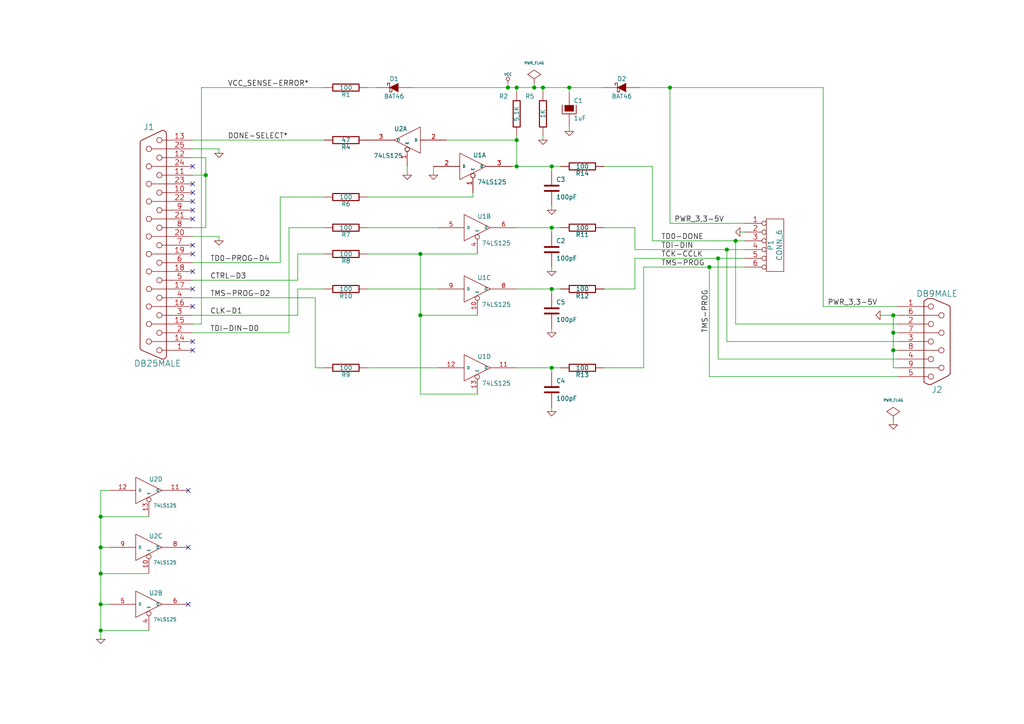
<source format=kicad_sch>
(kicad_sch (version 20230121) (generator eeschema)
  (paper "A4")
  (title_block (title "PARALLEL CABLE III") (date "Sun 22 Mar 2015") (rev "1"))
  (lib_symbols
    (symbol "sonde_xilinx_schlib:74LS125" (pin_names (offset 0.762))
      (property "Reference" "U" (at 0 2.54 0))
      (property "Value" "74LS125" (at 1.27 -3.81 0))
      (symbol "74LS125_0_0"
        (pin power_in line (at -3.81 3.81 270) (length 0) hide (name "VCC") (number "14"))
        (pin power_in line (at -3.81 -3.81 90) (length 0) hide (name "GND") (number "7"))
      )
      (symbol "74LS125_0_1"
        (polyline (pts (xy -3.81 3.81) (xy -3.81 -3.81) (xy 3.81 0) (xy -3.81 3.81)))
      )
      (symbol "74LS125_1_0"
        (pin input inverted (at 0 -7.62 90) (length 5.588) (name "E") (number "1"))
      )
      (symbol "74LS125_1_1"
        (pin input line (at -11.43 0 0) (length 7.62) (name "D") (number "2"))
        (pin tri_state line (at 11.43 0 180) (length 7.62) (name "O") (number "3"))
      )
      (symbol "74LS125_2_0"
        (pin input inverted (at 0 -7.62 90) (length 5.588) (name "E") (number "4"))
      )
      (symbol "74LS125_2_1"
        (pin input line (at -11.43 0 0) (length 7.62) (name "D") (number "5"))
        (pin tri_state line (at 11.43 0 180) (length 7.62) (name "O") (number "6"))
      )
      (symbol "74LS125_3_0"
        (pin input inverted (at 0 -7.62 90) (length 5.588) (name "E") (number "10"))
      )
      (symbol "74LS125_3_1"
        (pin tri_state line (at 11.43 0 180) (length 7.62) (name "O") (number "8"))
        (pin input line (at -11.43 0 0) (length 7.62) (name "D") (number "9"))
      )
      (symbol "74LS125_4_0"
        (pin input inverted (at 0 -7.62 90) (length 5.588) (name "E") (number "13"))
      )
      (symbol "74LS125_4_1"
        (pin tri_state line (at 11.43 0 180) (length 7.62) (name "O") (number "11"))
        (pin input line (at -11.43 0 0) (length 7.62) (name "D") (number "12"))
      )
    )
    (symbol "sonde_xilinx_schlib:C" (pin_numbers hide) (pin_names (offset 0.254))
      (property "Reference" "C" (at 0 2.54 0))
      (property "Value" "C" (at 0.1524 -2.159 0))
      (symbol "C_0_1"
        (polyline (pts (xy -2.032 -0.762) (xy 2.032 -0.762)) (stroke (width 0.508)))
        (polyline (pts (xy -2.032 0.762) (xy 2.032 0.762)) (stroke (width 0.508)))
      )
      (symbol "C_1_1"
        (pin passive line (at 0 5.08 270) (length 4.318) (name "~") (number "1"))
        (pin passive line (at 0 -5.08 90) (length 4.318) (name "~") (number "2"))
      )
    )
    (symbol "sonde_xilinx_schlib:CONN_6" (pin_names (offset 0.762) hide)
      (property "Reference" "P" (at -1.27 0 90))
      (property "Value" "CONN_6" (at 1.27 0 90))
      (symbol "CONN_6_0_1"
        (rectangle (start -2.54 7.62) (end 2.54 -7.62))
      )
      (symbol "CONN_6_1_1"
        (pin passive inverted (at -8.89 6.35 0) (length 6.35) (name "1") (number "1"))
        (pin passive inverted (at -8.89 3.81 0) (length 6.35) (name "2") (number "2"))
        (pin passive inverted (at -8.89 1.27 0) (length 6.35) (name "3") (number "3"))
        (pin passive inverted (at -8.89 -1.27 0) (length 6.35) (name "4") (number "4"))
        (pin passive inverted (at -8.89 -3.81 0) (length 6.35) (name "5") (number "5"))
        (pin passive inverted (at -8.89 -6.35 0) (length 6.35) (name "6") (number "6"))
      )
    )
    (symbol "sonde_xilinx_schlib:CP" (pin_numbers hide) (pin_names (offset 0.254) hide)
      (property "Reference" "C" (at 1.27 2.54 0))
      (property "Value" "CP" (at 1.27 -2.54 0))
      (symbol "CP_0_1"
        (polyline (pts (xy -2.032 1.27) (xy -2.032 -1.27) (xy 2.032 -1.27) (xy 2.032 1.27)) (stroke (width 0.2032)))
        (polyline (pts (xy -1.27 1.27) (xy -1.27 -0.508) (xy 1.27 -0.508) (xy 1.27 1.27)) (fill (type outline)))
      )
      (symbol "CP_1_1"
        (pin passive line (at 0 5.08 270) (length 3.81) (name "~") (number "1"))
        (pin passive line (at 0 -5.08 90) (length 3.81) (name "~") (number "2"))
      )
    )
    (symbol "sonde_xilinx_schlib:DB25" (pin_names (offset 1.016) hide)
      (property "Reference" "J" (at 1.27 34.29 0))
      (property "Value" "DB25" (at -1.27 -34.29 0))
      (symbol "DB25_0_1"
        (arc (start -3.81 -32.004) (mid -3.4118 -32.8103) (end -2.54 -33.02) (stroke (width 0.2032)))
        (arc (start -2.54 33.274) (mid -3.4192 33.0712) (end -3.81 32.258) (stroke (width 0.2032)))
        (circle (center -1.778 -30.48) (radius 0.762))
        (circle (center -1.778 -25.4) (radius 0.762))
        (circle (center -1.778 -20.32) (radius 0.762))
        (circle (center -1.778 -15.24) (radius 0.762))
        (circle (center -1.778 -10.16) (radius 0.762))
        (circle (center -1.778 -5.08) (radius 0.762))
        (circle (center -1.778 0) (radius 0.762))
        (circle (center -1.778 5.08) (radius 0.762))
        (circle (center -1.778 10.16) (radius 0.762))
        (circle (center -1.778 15.24) (radius 0.762))
        (circle (center -1.778 20.32) (radius 0.762))
        (circle (center -1.778 25.4) (radius 0.762))
        (circle (center -1.778 30.48) (radius 0.762))
        (polyline (pts (xy -3.81 -32.004) (xy -3.81 32.258)) (stroke (width 0.2032)))
        (polyline (pts (xy -3.81 -30.48) (xy -2.54 -30.48)))
        (polyline (pts (xy -3.81 -27.94) (xy 0.508 -27.94)))
        (polyline (pts (xy -3.81 -25.4) (xy -2.54 -25.4)))
        (polyline (pts (xy -3.81 -22.86) (xy 0.508 -22.86)))
        (polyline (pts (xy -3.81 -20.32) (xy -2.54 -20.32)))
        (polyline (pts (xy -3.81 -17.78) (xy 0.508 -17.78)))
        (polyline (pts (xy -3.81 -15.24) (xy -2.54 -15.24)))
        (polyline (pts (xy -3.81 -12.7) (xy 0.508 -12.7)))
        (polyline (pts (xy -3.81 -10.16) (xy -2.54 -10.16)))
        (polyline (pts (xy -3.81 -7.62) (xy 0.508 -7.62)))
        (polyline (pts (xy -3.81 -5.08) (xy -2.54 -5.08)))
        (polyline (pts (xy -3.81 -2.54) (xy 0.508 -2.54)))
        (polyline (pts (xy -3.81 0) (xy -2.54 0)))
        (polyline (pts (xy -3.81 2.54) (xy 0.508 2.54)))
        (polyline (pts (xy -3.81 5.08) (xy -2.54 5.08)))
        (polyline (pts (xy -3.81 7.62) (xy 0.508 7.62)))
        (polyline (pts (xy -3.81 10.16) (xy -2.54 10.16)))
        (polyline (pts (xy -3.81 12.7) (xy 0.508 12.7)))
        (polyline (pts (xy -3.81 15.24) (xy -2.54 15.24)))
        (polyline (pts (xy -3.81 17.78) (xy 0.508 17.78)))
        (polyline (pts (xy -3.81 20.32) (xy -2.54 20.32)))
        (polyline (pts (xy -3.81 22.86) (xy 0.508 22.86)))
        (polyline (pts (xy -3.81 25.4) (xy -2.54 25.4)))
        (polyline (pts (xy -3.81 27.94) (xy 0.508 27.94)))
        (polyline (pts (xy -3.81 30.48) (xy -2.54 30.48)))
        (polyline (pts (xy -2.54 -33.02) (xy 3.302 -30.48)) (stroke (width 0.2032)))
        (polyline (pts (xy 3.302 30.48) (xy -2.54 33.274)) (stroke (width 0.2032)))
        (polyline (pts (xy 3.81 -29.718) (xy 3.81 29.718)) (stroke (width 0.2032)))
        (circle (center 1.27 -27.94) (radius 0.762))
        (circle (center 1.27 -22.86) (radius 0.762))
        (circle (center 1.27 -17.78) (radius 0.762))
        (circle (center 1.27 -12.7) (radius 0.762))
        (circle (center 1.27 -7.62) (radius 0.762))
        (circle (center 1.27 -2.54) (radius 0.762))
        (circle (center 1.27 2.54) (radius 0.762))
        (circle (center 1.27 7.62) (radius 0.762))
        (circle (center 1.27 12.7) (radius 0.762))
        (circle (center 1.27 17.78) (radius 0.762))
        (circle (center 1.27 22.86) (radius 0.762))
        (circle (center 1.27 27.94) (radius 0.762))
        (arc (start 3.302 -30.48) (mid 3.6653 -30.1718) (end 3.81 -29.718) (stroke (width 0.2032)))
        (arc (start 3.7846 29.718) (mid 3.654 30.1598) (end 3.302 30.4546) (stroke (width 0.2032)))
      )
      (symbol "DB25_1_1"
        (pin passive line (at -11.43 -30.48 0) (length 7.62) (name "1") (number "1"))
        (pin passive line (at -11.43 15.24 0) (length 7.62) (name "10") (number "10"))
        (pin passive line (at -11.43 20.32 0) (length 7.62) (name "11") (number "11"))
        (pin passive line (at -11.43 25.4 0) (length 7.62) (name "12") (number "12"))
        (pin passive line (at -11.43 30.48 0) (length 7.62) (name "13") (number "13"))
        (pin passive line (at -11.43 -27.94 0) (length 7.62) (name "P14") (number "14"))
        (pin passive line (at -11.43 -22.86 0) (length 7.62) (name "P15") (number "15"))
        (pin passive line (at -11.43 -17.78 0) (length 7.62) (name "P16") (number "16"))
        (pin passive line (at -11.43 -12.7 0) (length 7.62) (name "P17") (number "17"))
        (pin passive line (at -11.43 -7.62 0) (length 7.62) (name "P18") (number "18"))
        (pin passive line (at -11.43 -2.54 0) (length 7.62) (name "P19") (number "19"))
        (pin passive line (at -11.43 -25.4 0) (length 7.62) (name "2") (number "2"))
        (pin passive line (at -11.43 2.54 0) (length 7.62) (name "P20") (number "20"))
        (pin passive line (at -11.43 7.62 0) (length 7.62) (name "P21") (number "21"))
        (pin passive line (at -11.43 12.7 0) (length 7.62) (name "P22") (number "22"))
        (pin passive line (at -11.43 17.78 0) (length 7.62) (name "P23") (number "23"))
        (pin passive line (at -11.43 22.86 0) (length 7.62) (name "P24") (number "24"))
        (pin passive line (at -11.43 27.94 0) (length 7.62) (name "P25") (number "25"))
        (pin passive line (at -11.43 -20.32 0) (length 7.62) (name "3") (number "3"))
        (pin passive line (at -11.43 -15.24 0) (length 7.62) (name "4") (number "4"))
        (pin passive line (at -11.43 -10.16 0) (length 7.62) (name "5") (number "5"))
        (pin passive line (at -11.43 -5.08 0) (length 7.62) (name "6") (number "6"))
        (pin passive line (at -11.43 0 0) (length 7.62) (name "7") (number "7"))
        (pin passive line (at -11.43 5.08 0) (length 7.62) (name "8") (number "8"))
        (pin passive line (at -11.43 10.16 0) (length 7.62) (name "9") (number "9"))
      )
    )
    (symbol "sonde_xilinx_schlib:DB9" (pin_names (offset 1.016) hide)
      (property "Reference" "J" (at 0 13.97 0))
      (property "Value" "DB9" (at 0 -13.97 0))
      (symbol "DB9_0_1"
        (circle (center -1.778 -10.16) (radius 0.762))
        (circle (center -1.778 -5.08) (radius 0.762))
        (circle (center -1.778 0) (radius 0.762))
        (circle (center -1.778 5.08) (radius 0.762))
        (circle (center -1.778 10.16) (radius 0.762))
        (polyline (pts (xy -3.81 -11.684) (xy -3.81 11.684)) (stroke (width 0.2032)))
        (polyline (pts (xy -3.81 -11.6586) (xy -3.556 -11.938)) (stroke (width 0.2032)))
        (polyline (pts (xy -3.81 -10.16) (xy -2.54 -10.16)))
        (polyline (pts (xy -3.81 -7.62) (xy 0.508 -7.62)))
        (polyline (pts (xy -3.81 -5.08) (xy -2.54 -5.08)))
        (polyline (pts (xy -3.81 -2.54) (xy 0.508 -2.54)))
        (polyline (pts (xy -3.81 0) (xy -2.54 0)))
        (polyline (pts (xy -3.81 2.54) (xy 0.508 2.54)))
        (polyline (pts (xy -3.81 5.08) (xy -2.54 5.08)))
        (polyline (pts (xy -3.81 7.62) (xy 0.508 7.62)))
        (polyline (pts (xy -3.81 10.16) (xy -2.54 10.16)))
        (polyline (pts (xy -3.556 -11.938) (xy -2.794 -12.446)) (stroke (width 0.2032)))
        (polyline (pts (xy -3.556 11.938) (xy -3.81 11.684)) (stroke (width 0.2032)))
        (polyline (pts (xy -3.556 11.938) (xy -2.54 12.446)) (stroke (width 0.2032)))
        (polyline (pts (xy -2.794 -12.446) (xy -1.27 -12.446)) (stroke (width 0.2032)))
        (polyline (pts (xy -2.54 12.446) (xy -1.778 12.446)) (stroke (width 0.2032)))
        (polyline (pts (xy 3.2766 9.906) (xy -1.778 12.446)) (stroke (width 0.2032)))
        (polyline (pts (xy 3.2766 9.906) (xy 3.81 9.398)) (stroke (width 0.2032)))
        (polyline (pts (xy 3.556 -10.3886) (xy -1.27 -12.446)) (stroke (width 0.2032)))
        (polyline (pts (xy 3.81 -9.906) (xy 3.556 -10.3886)) (stroke (width 0.2032)))
        (polyline (pts (xy 3.81 9.398) (xy 3.81 -9.906)) (stroke (width 0.2032)))
        (circle (center 1.27 -7.62) (radius 0.762))
        (circle (center 1.27 -2.54) (radius 0.762))
        (circle (center 1.27 2.54) (radius 0.762))
        (circle (center 1.27 7.62) (radius 0.762))
      )
      (symbol "DB9_1_1"
        (pin passive line (at -11.43 -10.16 0) (length 7.62) (name "1") (number "1"))
        (pin passive line (at -11.43 -5.08 0) (length 7.62) (name "2") (number "2"))
        (pin passive line (at -11.43 0 0) (length 7.62) (name "3") (number "3"))
        (pin passive line (at -11.43 5.08 0) (length 7.62) (name "4") (number "4"))
        (pin passive line (at -11.43 10.16 0) (length 7.62) (name "5") (number "5"))
        (pin passive line (at -11.43 -7.62 0) (length 7.62) (name "P6") (number "6"))
        (pin passive line (at -11.43 -2.54 0) (length 7.62) (name "P7") (number "7"))
        (pin passive line (at -11.43 2.54 0) (length 7.62) (name "P8") (number "8"))
        (pin passive line (at -11.43 7.62 0) (length 7.62) (name "P9") (number "9"))
      )
    )
    (symbol "sonde_xilinx_schlib:DIODESCH" (pin_numbers hide) (pin_names (offset 1.016) hide)
      (property "Reference" "D" (at 0 2.54 0))
      (property "Value" "DIODESCH" (at 0 -2.54 0))
      (symbol "DIODESCH_0_1"
        (polyline (pts (xy -1.27 1.27) (xy 1.27 0) (xy -1.27 -1.27)) (fill (type outline)))
        (polyline (pts (xy 1.905 0.635) (xy 1.905 1.27) (xy 1.27 1.27) (xy 1.27 -1.27) (xy 0.635 -1.27) (xy 0.635 -0.635)) (stroke (width 0.2032)))
      )
      (symbol "DIODESCH_1_1"
        (pin passive line (at -5.08 0 0) (length 3.81) (name "A") (number "1"))
        (pin passive line (at 5.08 0 180) (length 3.81) (name "K") (number "2"))
      )
    )
    (symbol "sonde_xilinx_schlib:GND" (power) (pin_names (offset 0))
      (symbol "GND_0_1"
        (polyline (pts (xy -1.27 0) (xy 0 -1.27) (xy 1.27 0) (xy -1.27 0)))
      )
      (symbol "GND_1_1"
        (pin power_in line (at 0 0 90) (length 0) hide (name "GND") (number "1"))
      )
    )
    (symbol "sonde_xilinx_schlib:PWR_FLAG" (power) (pin_numbers hide) (pin_names (offset 0) hide)
      (property "Value" "PWR_FLAG" (at 0 4.572 0))
      (symbol "PWR_FLAG_0_0"
        (pin power_out line (at 0 0 90) (length 0) (name "pwr") (number "1"))
      )
      (symbol "PWR_FLAG_0_1"
        (polyline (pts (xy 0 0) (xy 0 1.27) (xy -1.905 2.54) (xy 0 3.81) (xy 1.905 2.54) (xy 0 1.27)))
      )
    )
    (symbol "sonde_xilinx_schlib:R" (pin_numbers hide) (pin_names (offset 0))
      (property "Reference" "R" (at 2.032 0 90))
      (property "Value" "R" (at 0.1778 0.0254 90))
      (symbol "R_0_1"
        (rectangle (start -1.016 3.81) (end 1.016 -3.81) (stroke (width 0.3048)))
      )
      (symbol "R_1_1"
        (pin passive line (at 0 6.35 270) (length 2.54) (name "~") (number "1"))
        (pin passive line (at 0 -6.35 90) (length 2.54) (name "~") (number "2"))
      )
    )
    (symbol "sonde_xilinx_schlib:VCC" (power) (pin_names (offset 0))
      (property "Value" "VCC" (at 0 2.54 0))
      (symbol "VCC_0_0"
        (pin power_in line (at 0 0 90) (length 0) hide (name "VCC") (number "1"))
      )
      (symbol "VCC_0_1"
        (polyline (pts (xy 0 0) (xy 0 0.762) (xy 0 0.762)))
        (circle (center 0 1.27) (radius 0.508))
      )
    )
  )
  (junction (at 121.92 73.66) (diameter 1.016))
  (junction (at 160.02 83.82) (diameter 1.016))
  (junction (at 213.36 69.85) (diameter 1.016))
  (junction (at 259.08 96.52) (diameter 1.016))
  (junction (at 147.32 25.4) (diameter 1.016))
  (junction (at 160.02 48.26) (diameter 1.016))
  (junction (at 29.21 182.88) (diameter 1.016))
  (junction (at 165.1 25.4) (diameter 1.016))
  (junction (at 194.31 25.4) (diameter 1.016))
  (junction (at 208.28 74.93) (diameter 1.016))
  (junction (at 259.08 91.44) (diameter 1.016))
  (junction (at 157.48 25.4) (diameter 1.016))
  (junction (at 29.21 149.86) (diameter 1.016))
  (junction (at 29.21 166.37) (diameter 1.016))
  (junction (at 160.02 106.68) (diameter 1.016))
  (junction (at 205.74 77.47) (diameter 1.016))
  (junction (at 149.86 40.64) (diameter 1.016))
  (junction (at 160.02 66.04) (diameter 1.016))
  (junction (at 121.92 91.44) (diameter 1.016))
  (junction (at 29.21 175.26) (diameter 1.016))
  (junction (at 259.08 101.6) (diameter 1.016))
  (junction (at 210.82 72.39) (diameter 1.016))
  (junction (at 59.69 50.8) (diameter 1.016))
  (junction (at 149.86 25.4) (diameter 1.016))
  (junction (at 154.94 25.4) (diameter 1.016))
  (junction (at 29.21 158.75) (diameter 1.016))
  (junction (at 149.86 48.26) (diameter 1.016))
  (no_connect (at 54.61 175.26))
  (no_connect (at 55.88 88.9))
  (no_connect (at 54.61 142.24))
  (no_connect (at 54.61 158.75))
  (no_connect (at 55.88 55.88))
  (no_connect (at 55.88 71.12))
  (no_connect (at 55.88 48.26))
  (no_connect (at 55.88 73.66))
  (no_connect (at 55.88 101.6))
  (no_connect (at 55.88 53.34))
  (no_connect (at 55.88 78.74))
  (no_connect (at 55.88 60.96))
  (no_connect (at 55.88 58.42))
  (no_connect (at 55.88 99.06))
  (no_connect (at 55.88 63.5))
  (no_connect (at 55.88 83.82))
  (wire (pts (xy 165.1 25.4) (xy 165.1 26.67)))
  (wire (pts (xy 59.69 66.04) (xy 55.88 66.04)))
  (wire (pts (xy 106.68 57.15) (xy 137.16 57.15)))
  (wire (pts (xy 129.54 40.64) (xy 149.86 40.64)))
  (wire (pts (xy 189.23 48.26) (xy 175.26 48.26)))
  (wire (pts (xy 149.86 106.68) (xy 160.02 106.68)))
  (wire (pts (xy 59.69 45.72) (xy 55.88 45.72)))
  (wire (pts (xy 63.5 69.85) (xy 63.5 68.58)))
  (wire (pts (xy 260.35 99.06) (xy 210.82 99.06)))
  (wire (pts (xy 91.44 86.36) (xy 55.88 86.36)))
  (wire (pts (xy 149.86 66.04) (xy 160.02 66.04)))
  (wire (pts (xy 208.28 104.14) (xy 208.28 74.93)))
  (wire (pts (xy 109.22 25.4) (xy 106.68 25.4)))
  (wire (pts (xy 29.21 166.37) (xy 43.18 166.37)))
  (wire (pts (xy 160.02 95.25) (xy 160.02 96.52)))
  (wire (pts (xy 127 83.82) (xy 106.68 83.82)))
  (wire (pts (xy 184.15 72.39) (xy 184.15 66.04)))
  (wire (pts (xy 157.48 25.4) (xy 165.1 25.4)))
  (wire (pts (xy 148.59 48.26) (xy 149.86 48.26)))
  (wire (pts (xy 149.86 39.37) (xy 149.86 40.64)))
  (wire (pts (xy 260.35 96.52) (xy 259.08 96.52)))
  (wire (pts (xy 259.08 91.44) (xy 260.35 91.44)))
  (wire (pts (xy 160.02 107.95) (xy 160.02 106.68)))
  (wire (pts (xy 157.48 25.4) (xy 157.48 26.67)))
  (wire (pts (xy 205.74 77.47) (xy 215.9 77.47)))
  (wire (pts (xy 29.21 142.24) (xy 29.21 149.86)))
  (wire (pts (xy 29.21 158.75) (xy 31.75 158.75)))
  (wire (pts (xy 55.88 81.28) (xy 86.36 81.28)))
  (wire (pts (xy 29.21 149.86) (xy 29.21 158.75)))
  (wire (pts (xy 86.36 73.66) (xy 93.98 73.66)))
  (wire (pts (xy 29.21 158.75) (xy 29.21 166.37)))
  (wire (pts (xy 86.36 91.44) (xy 86.36 83.82)))
  (wire (pts (xy 208.28 74.93) (xy 215.9 74.93)))
  (wire (pts (xy 147.32 25.4) (xy 149.86 25.4)))
  (wire (pts (xy 55.88 50.8) (xy 59.69 50.8)))
  (wire (pts (xy 259.08 123.19) (xy 259.08 121.92)))
  (wire (pts (xy 137.16 57.15) (xy 137.16 55.88)))
  (wire (pts (xy 59.69 45.72) (xy 59.69 50.8)))
  (wire (pts (xy 83.82 96.52) (xy 83.82 66.04)))
  (wire (pts (xy 189.23 69.85) (xy 189.23 48.26)))
  (wire (pts (xy 29.21 142.24) (xy 31.75 142.24)))
  (wire (pts (xy 160.02 78.74) (xy 160.02 77.47)))
  (wire (pts (xy 121.92 73.66) (xy 138.43 73.66)))
  (wire (pts (xy 63.5 43.18) (xy 55.88 43.18)))
  (wire (pts (xy 58.42 25.4) (xy 93.98 25.4)))
  (wire (pts (xy 91.44 106.68) (xy 91.44 86.36)))
  (wire (pts (xy 63.5 44.45) (xy 63.5 43.18)))
  (wire (pts (xy 184.15 74.93) (xy 208.28 74.93)))
  (wire (pts (xy 149.86 83.82) (xy 160.02 83.82)))
  (wire (pts (xy 259.08 106.68) (xy 260.35 106.68)))
  (wire (pts (xy 160.02 67.31) (xy 160.02 66.04)))
  (wire (pts (xy 29.21 175.26) (xy 31.75 175.26)))
  (wire (pts (xy 160.02 48.26) (xy 160.02 49.53)))
  (wire (pts (xy 205.74 109.22) (xy 205.74 77.47)))
  (wire (pts (xy 260.35 104.14) (xy 208.28 104.14)))
  (wire (pts (xy 127 106.68) (xy 106.68 106.68)))
  (wire (pts (xy 81.28 57.15) (xy 93.98 57.15)))
  (wire (pts (xy 29.21 166.37) (xy 29.21 175.26)))
  (wire (pts (xy 259.08 91.44) (xy 259.08 96.52)))
  (wire (pts (xy 186.69 106.68) (xy 186.69 77.47)))
  (wire (pts (xy 138.43 91.44) (xy 121.92 91.44)))
  (wire (pts (xy 29.21 175.26) (xy 29.21 182.88)))
  (wire (pts (xy 149.86 48.26) (xy 160.02 48.26)))
  (wire (pts (xy 260.35 109.22) (xy 205.74 109.22)))
  (wire (pts (xy 55.88 76.2) (xy 81.28 76.2)))
  (wire (pts (xy 149.86 40.64) (xy 149.86 48.26)))
  (wire (pts (xy 189.23 69.85) (xy 213.36 69.85)))
  (wire (pts (xy 260.35 88.9) (xy 238.76 88.9)))
  (wire (pts (xy 160.02 118.11) (xy 160.02 119.38)))
  (wire (pts (xy 58.42 25.4) (xy 58.42 93.98)))
  (wire (pts (xy 259.08 101.6) (xy 259.08 106.68)))
  (wire (pts (xy 194.31 25.4) (xy 238.76 25.4)))
  (wire (pts (xy 154.94 25.4) (xy 157.48 25.4)))
  (wire (pts (xy 147.32 25.4) (xy 147.32 24.13)))
  (wire (pts (xy 210.82 72.39) (xy 215.9 72.39)))
  (wire (pts (xy 184.15 74.93) (xy 184.15 83.82)))
  (wire (pts (xy 215.9 64.77) (xy 194.31 64.77)))
  (wire (pts (xy 55.88 40.64) (xy 93.98 40.64)))
  (wire (pts (xy 121.92 73.66) (xy 121.92 91.44)))
  (wire (pts (xy 210.82 99.06) (xy 210.82 72.39)))
  (wire (pts (xy 118.11 50.8) (xy 118.11 48.26)))
  (wire (pts (xy 55.88 91.44) (xy 86.36 91.44)))
  (wire (pts (xy 184.15 83.82) (xy 175.26 83.82)))
  (wire (pts (xy 213.36 93.98) (xy 213.36 69.85)))
  (wire (pts (xy 160.02 106.68) (xy 162.56 106.68)))
  (wire (pts (xy 260.35 93.98) (xy 213.36 93.98)))
  (wire (pts (xy 93.98 106.68) (xy 91.44 106.68)))
  (wire (pts (xy 165.1 38.1) (xy 165.1 36.83)))
  (wire (pts (xy 255.27 91.44) (xy 259.08 91.44)))
  (wire (pts (xy 121.92 114.3) (xy 138.43 114.3)))
  (wire (pts (xy 214.63 67.31) (xy 215.9 67.31)))
  (wire (pts (xy 125.73 48.26) (xy 125.73 50.8)))
  (wire (pts (xy 106.68 73.66) (xy 121.92 73.66)))
  (wire (pts (xy 119.38 25.4) (xy 147.32 25.4)))
  (wire (pts (xy 127 66.04) (xy 106.68 66.04)))
  (wire (pts (xy 185.42 25.4) (xy 194.31 25.4)))
  (wire (pts (xy 238.76 25.4) (xy 238.76 88.9)))
  (wire (pts (xy 29.21 182.88) (xy 43.18 182.88)))
  (wire (pts (xy 160.02 83.82) (xy 162.56 83.82)))
  (wire (pts (xy 157.48 40.64) (xy 157.48 39.37)))
  (wire (pts (xy 184.15 72.39) (xy 210.82 72.39)))
  (wire (pts (xy 149.86 25.4) (xy 154.94 25.4)))
  (wire (pts (xy 184.15 66.04) (xy 175.26 66.04)))
  (wire (pts (xy 58.42 93.98) (xy 55.88 93.98)))
  (wire (pts (xy 186.69 77.47) (xy 205.74 77.47)))
  (wire (pts (xy 86.36 83.82) (xy 93.98 83.82)))
  (wire (pts (xy 59.69 50.8) (xy 59.69 66.04)))
  (wire (pts (xy 81.28 76.2) (xy 81.28 57.15)))
  (wire (pts (xy 63.5 68.58) (xy 55.88 68.58)))
  (wire (pts (xy 259.08 101.6) (xy 260.35 101.6)))
  (wire (pts (xy 86.36 81.28) (xy 86.36 73.66)))
  (wire (pts (xy 149.86 25.4) (xy 149.86 26.67)))
  (wire (pts (xy 213.36 69.85) (xy 215.9 69.85)))
  (wire (pts (xy 175.26 106.68) (xy 186.69 106.68)))
  (wire (pts (xy 121.92 91.44) (xy 121.92 114.3)))
  (wire (pts (xy 165.1 25.4) (xy 175.26 25.4)))
  (wire (pts (xy 154.94 24.13) (xy 154.94 25.4)))
  (wire (pts (xy 160.02 66.04) (xy 162.56 66.04)))
  (wire (pts (xy 43.18 149.86) (xy 29.21 149.86)))
  (wire (pts (xy 160.02 48.26) (xy 162.56 48.26)))
  (wire (pts (xy 55.88 96.52) (xy 83.82 96.52)))
  (wire (pts (xy 194.31 64.77) (xy 194.31 25.4)))
  (wire (pts (xy 160.02 85.09) (xy 160.02 83.82)))
  (wire (pts (xy 259.08 96.52) (xy 259.08 101.6)))
  (wire (pts (xy 160.02 60.96) (xy 160.02 59.69)))
  (wire (pts (xy 83.82 66.04) (xy 93.98 66.04)))
  (wire (pts (xy 29.21 182.88) (xy 29.21 185.42)))
  (label "TMS-PROG" (at 205.74 96.52 90) (effects (font (size 1.524 1.524))))
  (label "TDI-DIN-D0" (at 60.96 96.52 0) (effects (font (size 1.524 1.524))))
  (label "CTRL-D3" (at 60.96 81.28 0) (effects (font (size 1.524 1.524))))
  (label "PWR_3,3-5V" (at 240.03 88.9 0) (effects (font (size 1.524 1.524))))
  (label "VCC_SENSE-ERROR*" (at 66.04 25.4 0) (effects (font (size 1.524 1.524))))
  (label "TD0-PROG-D4" (at 60.96 76.2 0) (effects (font (size 1.524 1.524))))
  (label "TMS-PROG" (at 191.77 77.47 0) (effects (font (size 1.524 1.524))))
  (label "TMS-PROG-D2" (at 60.96 86.36 0) (effects (font (size 1.524 1.524))))
  (label "CLK-D1" (at 60.96 91.44 0) (effects (font (size 1.524 1.524))))
  (label "DONE-SELECT*" (at 66.04 40.64 0) (effects (font (size 1.524 1.524))))
  (label "TD0-DONE" (at 191.77 69.85 0) (effects (font (size 1.524 1.524))))
  (label "TDI-DIN" (at 191.77 72.39 0) (effects (font (size 1.524 1.524))))
  (label "TCK-CCLK" (at 191.77 74.93 0) (effects (font (size 1.524 1.524))))
  (label "PWR_3,3-5V" (at 195.58 64.77 0) (effects (font (size 1.524 1.524))))
  (symbol (lib_id "sonde_xilinx_schlib:DB25") (at 44.45 71.12 0) (mirror y) (unit 1)
    (property "Reference" "J1" (at 43.18 36.83 0) (effects (font (size 1.778 1.778))))
    (property "Value" "DB25MALE" (at 45.72 105.41 0) (effects (font (size 1.778 1.778))))
    (property "Footprint" "Connector_Dsub:DSUB-25_Male_EdgeMount_P2.77mm" (effects hide))
  )
  (symbol (lib_id "sonde_xilinx_schlib:R") (at 100.33 25.4 270) (unit 1)
    (property "Reference" "R1" (at 100.33 27.432 90))
    (property "Value" "100" (at 100.33 25.4 90))
    (property "Footprint" "Resistor_THT:R_Axial_DIN0207_L6.3mm_D2.5mm_P10.16mm_Horizontal" (effects hide))
  )
  (symbol (lib_id "sonde_xilinx_schlib:R") (at 100.33 40.64 270) (unit 1)
    (property "Reference" "R4" (at 100.33 42.672 90))
    (property "Value" "47" (at 100.33 40.64 90))
    (property "Footprint" "Resistor_THT:R_Axial_DIN0207_L6.3mm_D2.5mm_P10.16mm_Horizontal" (effects hide))
  )
  (symbol (lib_id "sonde_xilinx_schlib:R") (at 100.33 57.15 270) (unit 1)
    (property "Reference" "R6" (at 100.33 59.182 90))
    (property "Value" "100" (at 100.33 57.15 90))
    (property "Footprint" "Resistor_THT:R_Axial_DIN0207_L6.3mm_D2.5mm_P10.16mm_Horizontal" (effects hide))
  )
  (symbol (lib_id "sonde_xilinx_schlib:R") (at 100.33 83.82 270) (unit 1)
    (property "Reference" "R10" (at 100.33 85.852 90))
    (property "Value" "100" (at 100.33 83.82 90))
    (property "Footprint" "Resistor_THT:R_Axial_DIN0207_L6.3mm_D2.5mm_P10.16mm_Horizontal" (effects hide))
  )
  (symbol (lib_id "sonde_xilinx_schlib:R") (at 100.33 106.68 270) (unit 1)
    (property "Reference" "R9" (at 100.33 108.712 90))
    (property "Value" "100" (at 100.33 106.68 90))
    (property "Footprint" "Resistor_THT:R_Axial_DIN0207_L6.3mm_D2.5mm_P10.16mm_Horizontal" (effects hide))
  )
  (symbol (lib_id "sonde_xilinx_schlib:74LS125") (at 118.11 40.64 0) (mirror y) (unit 1)
    (property "Reference" "U2" (at 118.11 38.1 0) (effects (justify left bottom)))
    (property "Value" "74LS125" (at 116.84 44.45 0) (effects (justify left top)))
    (property "Footprint" "Package_DIP:DIP-14_W7.62mm_LongPads" (effects hide))
  )
  (symbol (lib_id "sonde_xilinx_schlib:74LS125") (at 137.16 48.26 0) (unit 1)
    (property "Reference" "U1" (at 137.16 45.72 0) (effects (justify left bottom)))
    (property "Value" "74LS125" (at 138.43 52.07 0) (effects (justify left top)))
    (property "Footprint" "Package_DIP:DIP-14_W7.62mm_LongPads" (effects hide))
  )
  (symbol (lib_id "sonde_xilinx_schlib:74LS125") (at 138.43 66.04 0) (unit 2)
    (property "Reference" "U1" (at 138.43 63.5 0) (effects (justify left bottom)))
    (property "Value" "74LS125" (at 139.7 69.8246 0) (effects (justify left top)))
    (property "Footprint" "Package_DIP:DIP-14_W7.62mm_LongPads" (effects hide))
  )
  (symbol (lib_id "sonde_xilinx_schlib:74LS125") (at 138.43 83.82 0) (unit 3)
    (property "Reference" "U1" (at 138.43 81.28 0) (effects (justify left bottom)))
    (property "Value" "74LS125" (at 139.7 87.6046 0) (effects (justify left top)))
    (property "Footprint" "Package_DIP:DIP-14_W7.62mm_LongPads" (effects hide))
  )
  (symbol (lib_id "sonde_xilinx_schlib:74LS125") (at 138.43 106.68 0) (unit 4)
    (property "Reference" "U1" (at 138.43 104.14 0) (effects (justify left bottom)))
    (property "Value" "74LS125" (at 139.7 110.4646 0) (effects (justify left top)))
    (property "Footprint" "Package_DIP:DIP-14_W7.62mm_LongPads" (effects hide))
  )
  (symbol (lib_id "sonde_xilinx_schlib:74LS125") (at 43.18 175.26 0) (unit 2)
    (property "Reference" "U2" (at 43.18 172.72 0) (effects (justify left bottom)))
    (property "Value" "74LS125" (at 44.45 179.07 0) (effects (font (size 1.016 1.016)) (justify left top)))
    (property "Footprint" "Package_DIP:DIP-14_W7.62mm_LongPads" (effects hide))
  )
  (symbol (lib_id "sonde_xilinx_schlib:74LS125") (at 43.18 158.75 0) (unit 3)
    (property "Reference" "U2" (at 43.18 156.21 0) (effects (justify left bottom)))
    (property "Value" "74LS125" (at 44.45 162.56 0) (effects (font (size 1.016 1.016)) (justify left top)))
    (property "Footprint" "Package_DIP:DIP-14_W7.62mm_LongPads" (effects hide))
  )
  (symbol (lib_id "sonde_xilinx_schlib:74LS125") (at 43.18 142.24 0) (unit 4)
    (property "Reference" "U2" (at 43.18 139.7 0) (effects (justify left bottom)))
    (property "Value" "74LS125" (at 44.45 146.05 0) (effects (font (size 1.016 1.016)) (justify left top)))
    (property "Footprint" "Package_DIP:DIP-14_W7.62mm_LongPads" (effects hide))
  )
  (symbol (lib_id "sonde_xilinx_schlib:GND") (at 29.21 185.42 0) (unit 1)
    (property "Reference" "#PWR016" (effects hide))
    (property "Value" "GND" (effects hide))
  )
  (symbol (lib_id "sonde_xilinx_schlib:GND") (at 118.11 50.8 0) (unit 1)
    (property "Reference" "#PWR015" (effects hide))
    (property "Value" "GND" (effects hide))
  )
  (symbol (lib_id "sonde_xilinx_schlib:GND") (at 63.5 44.45 0) (unit 1)
    (property "Reference" "#PWR014" (effects hide))
    (property "Value" "GND" (effects hide))
  )
  (symbol (lib_id "sonde_xilinx_schlib:DIODESCH") (at 114.3 25.4 0) (mirror y) (unit 1)
    (property "Reference" "D1" (at 114.3 22.86 0))
    (property "Value" "BAT46" (at 114.3 27.94 0))
    (property "Footprint" "Diode_THT:D_A-405_P7.62mm_Horizontal" (effects hide))
  )
  (symbol (lib_id "sonde_xilinx_schlib:DIODESCH") (at 180.34 25.4 0) (mirror y) (unit 1)
    (property "Reference" "D2" (at 180.34 22.86 0))
    (property "Value" "BAT46" (at 180.34 27.94 0))
    (property "Footprint" "Diode_THT:D_A-405_P7.62mm_Horizontal" (effects hide))
  )
  (symbol (lib_id "sonde_xilinx_schlib:R") (at 149.86 33.02 0) (unit 1)
    (property "Reference" "R2" (at 146.05 27.94 0))
    (property "Value" "5,1K" (at 149.86 33.02 90))
    (property "Footprint" "Resistor_THT:R_Axial_DIN0207_L6.3mm_D2.5mm_P10.16mm_Horizontal" (effects hide))
  )
  (symbol (lib_id "sonde_xilinx_schlib:R") (at 157.48 33.02 0) (unit 1)
    (property "Reference" "R5" (at 153.67 27.94 0))
    (property "Value" "1K" (at 157.48 33.02 90))
    (property "Footprint" "Resistor_THT:R_Axial_DIN0207_L6.3mm_D2.5mm_P10.16mm_Horizontal" (effects hide))
  )
  (symbol (lib_id "sonde_xilinx_schlib:R") (at 168.91 48.26 270) (unit 1)
    (property "Reference" "R14" (at 168.91 50.292 90))
    (property "Value" "100" (at 168.91 48.26 90))
    (property "Footprint" "Resistor_THT:R_Axial_DIN0207_L6.3mm_D2.5mm_P10.16mm_Horizontal" (effects hide))
  )
  (symbol (lib_id "sonde_xilinx_schlib:C") (at 160.02 113.03 0) (unit 1)
    (property "Reference" "C4" (at 161.29 110.49 0) (effects (justify left)))
    (property "Value" "100pF" (at 161.29 115.57 0) (effects (justify left)))
    (property "Footprint" "Capacitor_THT:C_Disc_D5.1mm_W3.2mm_P5.00mm" (effects hide))
  )
  (symbol (lib_id "sonde_xilinx_schlib:GND") (at 160.02 119.38 0) (unit 1)
    (property "Reference" "#PWR01" (effects hide))
    (property "Value" "GND" (effects hide))
  )
  (symbol (lib_id "sonde_xilinx_schlib:GND") (at 157.48 40.64 0) (unit 1)
    (property "Reference" "#PWR012" (effects hide))
    (property "Value" "GND" (effects hide))
  )
  (symbol (lib_id "sonde_xilinx_schlib:CP") (at 165.1 31.75 0) (unit 1)
    (property "Reference" "C1" (at 166.37 29.21 0) (effects (justify left)))
    (property "Value" "1uF" (at 166.37 34.2646 0) (effects (justify left)))
    (property "Footprint" "Capacitor_THT:C_Axial_L5.1mm_D3.1mm_P12.50mm_Horizontal" (effects hide))
  )
  (symbol (lib_id "sonde_xilinx_schlib:GND") (at 165.1 38.1 0) (unit 1)
    (property "Reference" "#PWR09" (effects hide))
    (property "Value" "GND" (effects hide))
  )
  (symbol (lib_id "sonde_xilinx_schlib:CONN_6") (at 224.79 71.12 0) (unit 1)
    (property "Reference" "P1" (at 223.52 71.12 90) (effects (font (size 1.524 1.524))))
    (property "Value" "CONN_6" (at 226.06 71.12 90) (effects (font (size 1.524 1.524))))
    (property "Footprint" "Connector_PinHeader_2.54mm:PinHeader_1x06_P2.54mm_Vertical" (effects hide))
  )
  (symbol (lib_id "sonde_xilinx_schlib:GND") (at 214.63 67.31 270) (unit 1)
    (property "Reference" "#PWR08" (effects hide))
    (property "Value" "GND" (effects hide))
  )
  (symbol (lib_id "sonde_xilinx_schlib:PWR_FLAG") (at 259.08 121.92 0) (unit 1)
    (property "Reference" "#FLG05" (effects hide))
    (property "Value" "PWR_FLAG" (at 259.08 116.078 0) (effects (font (size 0.762 0.762))))
  )
  (symbol (lib_id "sonde_xilinx_schlib:GND") (at 259.08 123.19 0) (unit 1)
    (property "Reference" "#PWR04" (effects hide))
    (property "Value" "GND" (effects hide))
  )
  (symbol (lib_id "sonde_xilinx_schlib:VCC") (at 147.32 24.13 0) (unit 1)
    (property "Reference" "#PWR03" (effects hide))
    (property "Value" "VCC" (at 147.32 21.59 0) (effects (font (size 0.762 0.762))))
  )
  (symbol (lib_id "sonde_xilinx_schlib:PWR_FLAG") (at 154.94 24.13 0) (unit 1)
    (property "Reference" "#FLG02" (effects hide))
    (property "Value" "PWR_FLAG" (at 154.94 18.288 0) (effects (font (size 0.762 0.762))))
  )
  (symbol (lib_id "sonde_xilinx_schlib:DB9") (at 271.78 99.06 0) (mirror x) (unit 1)
    (property "Reference" "J2" (at 271.78 113.03 0) (effects (font (size 1.778 1.778))))
    (property "Value" "DB9MALE" (at 271.78 85.1662 0) (effects (font (size 1.778 1.778))))
    (property "Footprint" "Connector_Dsub:DSUB-9_Male_EdgeMount_P2.77mm" (effects hide))
  )
  (symbol (lib_id "sonde_xilinx_schlib:R") (at 168.91 66.04 270) (unit 1)
    (property "Reference" "R11" (at 168.91 68.072 90))
    (property "Value" "100" (at 168.91 66.04 90))
    (property "Footprint" "Resistor_THT:R_Axial_DIN0207_L6.3mm_D2.5mm_P10.16mm_Horizontal" (effects hide))
  )
  (symbol (lib_id "sonde_xilinx_schlib:R") (at 100.33 66.04 270) (unit 1)
    (property "Reference" "R7" (at 100.33 68.072 90))
    (property "Value" "100" (at 100.33 66.04 90))
    (property "Footprint" "Resistor_THT:R_Axial_DIN0207_L6.3mm_D2.5mm_P10.16mm_Horizontal" (effects hide))
  )
  (symbol (lib_id "sonde_xilinx_schlib:R") (at 100.33 73.66 270) (unit 1)
    (property "Reference" "R8" (at 100.33 75.692 90))
    (property "Value" "100" (at 100.33 73.66 90))
    (property "Footprint" "Resistor_THT:R_Axial_DIN0207_L6.3mm_D2.5mm_P10.16mm_Horizontal" (effects hide))
  )
  (symbol (lib_id "sonde_xilinx_schlib:GND") (at 63.5 69.85 0) (unit 1)
    (property "Reference" "#PWR06" (effects hide))
    (property "Value" "GND" (effects hide))
  )
  (symbol (lib_id "sonde_xilinx_schlib:R") (at 168.91 106.68 270) (unit 1)
    (property "Reference" "R13" (at 168.91 108.712 90))
    (property "Value" "100" (at 168.91 106.68 90))
    (property "Footprint" "Resistor_THT:R_Axial_DIN0207_L6.3mm_D2.5mm_P10.16mm_Horizontal" (effects hide))
  )
  (symbol (lib_id "sonde_xilinx_schlib:R") (at 168.91 83.82 270) (unit 1)
    (property "Reference" "R12" (at 168.91 85.852 90))
    (property "Value" "100" (at 168.91 83.82 90))
    (property "Footprint" "Resistor_THT:R_Axial_DIN0207_L6.3mm_D2.5mm_P10.16mm_Horizontal" (effects hide))
  )
  (symbol (lib_id "sonde_xilinx_schlib:C") (at 160.02 54.61 0) (unit 1)
    (property "Reference" "C3" (at 161.29 52.07 0) (effects (justify left)))
    (property "Value" "100pF" (at 161.29 57.15 0) (effects (justify left)))
    (property "Footprint" "Capacitor_THT:C_Disc_D5.1mm_W3.2mm_P5.00mm" (effects hide))
  )
  (symbol (lib_id "sonde_xilinx_schlib:C") (at 160.02 72.39 0) (unit 1)
    (property "Reference" "C2" (at 161.29 69.85 0) (effects (justify left)))
    (property "Value" "100pF" (at 161.29 74.93 0) (effects (justify left)))
    (property "Footprint" "Capacitor_THT:C_Disc_D5.1mm_W3.2mm_P5.00mm" (effects hide))
  )
  (symbol (lib_id "sonde_xilinx_schlib:C") (at 160.02 90.17 0) (unit 1)
    (property "Reference" "C5" (at 161.29 87.63 0) (effects (justify left)))
    (property "Value" "100pF" (at 161.29 92.71 0) (effects (justify left)))
    (property "Footprint" "Capacitor_THT:C_Disc_D5.1mm_W3.2mm_P5.00mm" (effects hide))
  )
  (symbol (lib_id "sonde_xilinx_schlib:GND") (at 160.02 60.96 0) (unit 1)
    (property "Reference" "#PWR013" (effects hide))
    (property "Value" "GND" (effects hide))
  )
  (symbol (lib_id "sonde_xilinx_schlib:GND") (at 160.02 78.74 0) (unit 1)
    (property "Reference" "#PWR011" (effects hide))
    (property "Value" "GND" (effects hide))
  )
  (symbol (lib_id "sonde_xilinx_schlib:GND") (at 160.02 96.52 0) (unit 1)
    (property "Reference" "#PWR010" (effects hide))
    (property "Value" "GND" (effects hide))
  )
  (symbol (lib_id "sonde_xilinx_schlib:GND") (at 255.27 91.44 270) (unit 1)
    (property "Reference" "#PWR07" (effects hide))
    (property "Value" "GND" (effects hide))
  )
  (symbol (lib_id "sonde_xilinx_schlib:GND") (at 125.73 50.8 0) (unit 1)
    (property "Reference" "#PWR017" (effects hide))
    (property "Value" "GND" (effects hide))
  )
)
</source>
